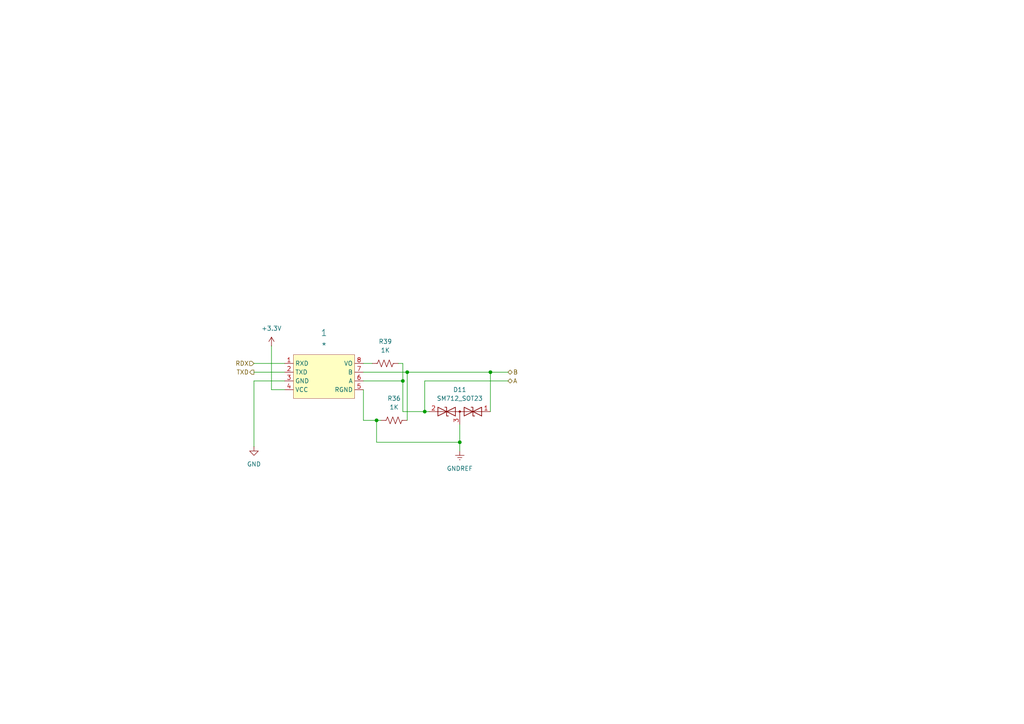
<source format=kicad_sch>
(kicad_sch
	(version 20250114)
	(generator "eeschema")
	(generator_version "9.0")
	(uuid "6a8cc34f-ca74-4487-ad5c-8b6dab301950")
	(paper "A4")
	(lib_symbols
		(symbol "Device:R_US"
			(pin_numbers
				(hide yes)
			)
			(pin_names
				(offset 0)
			)
			(exclude_from_sim no)
			(in_bom yes)
			(on_board yes)
			(property "Reference" "R"
				(at 2.54 0 90)
				(effects
					(font
						(size 1.27 1.27)
					)
				)
			)
			(property "Value" "R_US"
				(at -2.54 0 90)
				(effects
					(font
						(size 1.27 1.27)
					)
				)
			)
			(property "Footprint" ""
				(at 1.016 -0.254 90)
				(effects
					(font
						(size 1.27 1.27)
					)
					(hide yes)
				)
			)
			(property "Datasheet" "~"
				(at 0 0 0)
				(effects
					(font
						(size 1.27 1.27)
					)
					(hide yes)
				)
			)
			(property "Description" "Resistor, US symbol"
				(at 0 0 0)
				(effects
					(font
						(size 1.27 1.27)
					)
					(hide yes)
				)
			)
			(property "ki_keywords" "R res resistor"
				(at 0 0 0)
				(effects
					(font
						(size 1.27 1.27)
					)
					(hide yes)
				)
			)
			(property "ki_fp_filters" "R_*"
				(at 0 0 0)
				(effects
					(font
						(size 1.27 1.27)
					)
					(hide yes)
				)
			)
			(symbol "R_US_0_1"
				(polyline
					(pts
						(xy 0 2.286) (xy 0 2.54)
					)
					(stroke
						(width 0)
						(type default)
					)
					(fill
						(type none)
					)
				)
				(polyline
					(pts
						(xy 0 2.286) (xy 1.016 1.905) (xy 0 1.524) (xy -1.016 1.143) (xy 0 0.762)
					)
					(stroke
						(width 0)
						(type default)
					)
					(fill
						(type none)
					)
				)
				(polyline
					(pts
						(xy 0 0.762) (xy 1.016 0.381) (xy 0 0) (xy -1.016 -0.381) (xy 0 -0.762)
					)
					(stroke
						(width 0)
						(type default)
					)
					(fill
						(type none)
					)
				)
				(polyline
					(pts
						(xy 0 -0.762) (xy 1.016 -1.143) (xy 0 -1.524) (xy -1.016 -1.905) (xy 0 -2.286)
					)
					(stroke
						(width 0)
						(type default)
					)
					(fill
						(type none)
					)
				)
				(polyline
					(pts
						(xy 0 -2.286) (xy 0 -2.54)
					)
					(stroke
						(width 0)
						(type default)
					)
					(fill
						(type none)
					)
				)
			)
			(symbol "R_US_1_1"
				(pin passive line
					(at 0 3.81 270)
					(length 1.27)
					(name "~"
						(effects
							(font
								(size 1.27 1.27)
							)
						)
					)
					(number "1"
						(effects
							(font
								(size 1.27 1.27)
							)
						)
					)
				)
				(pin passive line
					(at 0 -3.81 90)
					(length 1.27)
					(name "~"
						(effects
							(font
								(size 1.27 1.27)
							)
						)
					)
					(number "2"
						(effects
							(font
								(size 1.27 1.27)
							)
						)
					)
				)
			)
			(embedded_fonts no)
		)
		(symbol "Diode:SM712_SOT23"
			(pin_names
				(offset 1.016)
				(hide yes)
			)
			(exclude_from_sim no)
			(in_bom yes)
			(on_board yes)
			(property "Reference" "D"
				(at 0 4.445 0)
				(effects
					(font
						(size 1.27 1.27)
					)
				)
			)
			(property "Value" "SM712_SOT23"
				(at 0 2.54 0)
				(effects
					(font
						(size 1.27 1.27)
					)
				)
			)
			(property "Footprint" "Package_TO_SOT_SMD:SOT-23"
				(at 0 -8.89 0)
				(effects
					(font
						(size 1.27 1.27)
					)
					(hide yes)
				)
			)
			(property "Datasheet" "https://www.littelfuse.com/~/media/electronics/datasheets/tvs_diode_arrays/littelfuse_tvs_diode_array_sm712_datasheet.pdf.pdf"
				(at -3.81 0 0)
				(effects
					(font
						(size 1.27 1.27)
					)
					(hide yes)
				)
			)
			(property "Description" "7V/12V, 600W Asymmetrical TVS Diode Array, SOT-23"
				(at 0 0 0)
				(effects
					(font
						(size 1.27 1.27)
					)
					(hide yes)
				)
			)
			(property "ki_keywords" "transient voltage suppressor thyrector transil"
				(at 0 0 0)
				(effects
					(font
						(size 1.27 1.27)
					)
					(hide yes)
				)
			)
			(property "ki_fp_filters" "SOT?23*"
				(at 0 0 0)
				(effects
					(font
						(size 1.27 1.27)
					)
					(hide yes)
				)
			)
			(symbol "SM712_SOT23_0_0"
				(polyline
					(pts
						(xy 0 -1.27) (xy 0 0)
					)
					(stroke
						(width 0)
						(type default)
					)
					(fill
						(type none)
					)
				)
			)
			(symbol "SM712_SOT23_0_1"
				(polyline
					(pts
						(xy -6.35 0) (xy 6.35 0)
					)
					(stroke
						(width 0)
						(type default)
					)
					(fill
						(type none)
					)
				)
				(polyline
					(pts
						(xy -6.35 -1.27) (xy -1.27 1.27) (xy -1.27 -1.27) (xy -6.35 1.27) (xy -6.35 -1.27)
					)
					(stroke
						(width 0.2032)
						(type default)
					)
					(fill
						(type none)
					)
				)
				(polyline
					(pts
						(xy -3.302 1.27) (xy -3.81 1.27) (xy -3.81 -1.27) (xy -4.318 -1.27)
					)
					(stroke
						(width 0.2032)
						(type default)
					)
					(fill
						(type none)
					)
				)
				(circle
					(center 0 0)
					(radius 0.254)
					(stroke
						(width 0)
						(type default)
					)
					(fill
						(type outline)
					)
				)
				(polyline
					(pts
						(xy 1.27 -1.27) (xy 1.27 1.27) (xy 6.35 -1.27) (xy 6.35 1.27) (xy 1.27 -1.27)
					)
					(stroke
						(width 0.2032)
						(type default)
					)
					(fill
						(type none)
					)
				)
				(polyline
					(pts
						(xy 4.318 1.27) (xy 3.81 1.27) (xy 3.81 -1.27) (xy 3.302 -1.27)
					)
					(stroke
						(width 0.2032)
						(type default)
					)
					(fill
						(type none)
					)
				)
			)
			(symbol "SM712_SOT23_1_1"
				(pin passive line
					(at -8.89 0 0)
					(length 2.54)
					(name "A1"
						(effects
							(font
								(size 1.27 1.27)
							)
						)
					)
					(number "1"
						(effects
							(font
								(size 1.27 1.27)
							)
						)
					)
				)
				(pin input line
					(at 0 -3.81 90)
					(length 2.54)
					(name "common"
						(effects
							(font
								(size 1.27 1.27)
							)
						)
					)
					(number "3"
						(effects
							(font
								(size 1.27 1.27)
							)
						)
					)
				)
				(pin passive line
					(at 8.89 0 180)
					(length 2.54)
					(name "A2"
						(effects
							(font
								(size 1.27 1.27)
							)
						)
					)
					(number "2"
						(effects
							(font
								(size 1.27 1.27)
							)
						)
					)
				)
			)
			(embedded_fonts no)
		)
		(symbol "TD301M485:TD301M485"
			(exclude_from_sim no)
			(in_bom yes)
			(on_board yes)
			(property "Reference" ""
				(at -1.27 1.27 0)
				(effects
					(font
						(size 1.8288 1.8288)
					)
				)
			)
			(property "Value" "*"
				(at -1.27 -3.81 0)
				(effects
					(font
						(size 1.8288 1.8288)
					)
					(justify left bottom)
				)
			)
			(property "Footprint" ""
				(at 0 0 0)
				(effects
					(font
						(size 1.27 1.27)
					)
					(hide yes)
				)
			)
			(property "Datasheet" ""
				(at 0 0 0)
				(effects
					(font
						(size 1.27 1.27)
					)
					(hide yes)
				)
			)
			(property "Description" ""
				(at 0 0 0)
				(effects
					(font
						(size 1.27 1.27)
					)
					(hide yes)
				)
			)
			(symbol "TD301M485_1_0"
				(rectangle
					(start 7.62 5.08)
					(end -10.16 -7.62)
					(stroke
						(width 0.0254)
						(type solid)
						(color 128 0 0 1)
					)
					(fill
						(type background)
					)
				)
				(pin passive line
					(at -12.7 2.54 0)
					(length 2.54)
					(name "RXD"
						(effects
							(font
								(size 1.27 1.27)
							)
						)
					)
					(number "1"
						(effects
							(font
								(size 1.27 1.27)
							)
						)
					)
				)
				(pin passive line
					(at -12.7 0 0)
					(length 2.54)
					(name "TXD"
						(effects
							(font
								(size 1.27 1.27)
							)
						)
					)
					(number "2"
						(effects
							(font
								(size 1.27 1.27)
							)
						)
					)
				)
				(pin passive line
					(at -12.7 -2.54 0)
					(length 2.54)
					(name "GND"
						(effects
							(font
								(size 1.27 1.27)
							)
						)
					)
					(number "3"
						(effects
							(font
								(size 1.27 1.27)
							)
						)
					)
				)
				(pin passive line
					(at -12.7 -5.08 0)
					(length 2.54)
					(name "VCC"
						(effects
							(font
								(size 1.27 1.27)
							)
						)
					)
					(number "4"
						(effects
							(font
								(size 1.27 1.27)
							)
						)
					)
				)
				(pin passive line
					(at 10.16 2.54 180)
					(length 2.54)
					(name "VO"
						(effects
							(font
								(size 1.27 1.27)
							)
						)
					)
					(number "8"
						(effects
							(font
								(size 1.27 1.27)
							)
						)
					)
				)
				(pin passive line
					(at 10.16 0 180)
					(length 2.54)
					(name "B"
						(effects
							(font
								(size 1.27 1.27)
							)
						)
					)
					(number "7"
						(effects
							(font
								(size 1.27 1.27)
							)
						)
					)
				)
				(pin passive line
					(at 10.16 -2.54 180)
					(length 2.54)
					(name "A"
						(effects
							(font
								(size 1.27 1.27)
							)
						)
					)
					(number "6"
						(effects
							(font
								(size 1.27 1.27)
							)
						)
					)
				)
				(pin passive line
					(at 10.16 -5.08 180)
					(length 2.54)
					(name "RGND"
						(effects
							(font
								(size 1.27 1.27)
							)
						)
					)
					(number "5"
						(effects
							(font
								(size 1.27 1.27)
							)
						)
					)
				)
			)
			(embedded_fonts no)
		)
		(symbol "power:+3.3V"
			(power)
			(pin_numbers
				(hide yes)
			)
			(pin_names
				(offset 0)
				(hide yes)
			)
			(exclude_from_sim no)
			(in_bom yes)
			(on_board yes)
			(property "Reference" "#PWR"
				(at 0 -3.81 0)
				(effects
					(font
						(size 1.27 1.27)
					)
					(hide yes)
				)
			)
			(property "Value" "+3.3V"
				(at 0 3.556 0)
				(effects
					(font
						(size 1.27 1.27)
					)
				)
			)
			(property "Footprint" ""
				(at 0 0 0)
				(effects
					(font
						(size 1.27 1.27)
					)
					(hide yes)
				)
			)
			(property "Datasheet" ""
				(at 0 0 0)
				(effects
					(font
						(size 1.27 1.27)
					)
					(hide yes)
				)
			)
			(property "Description" "Power symbol creates a global label with name \"+3.3V\""
				(at 0 0 0)
				(effects
					(font
						(size 1.27 1.27)
					)
					(hide yes)
				)
			)
			(property "ki_keywords" "global power"
				(at 0 0 0)
				(effects
					(font
						(size 1.27 1.27)
					)
					(hide yes)
				)
			)
			(symbol "+3.3V_0_1"
				(polyline
					(pts
						(xy -0.762 1.27) (xy 0 2.54)
					)
					(stroke
						(width 0)
						(type default)
					)
					(fill
						(type none)
					)
				)
				(polyline
					(pts
						(xy 0 2.54) (xy 0.762 1.27)
					)
					(stroke
						(width 0)
						(type default)
					)
					(fill
						(type none)
					)
				)
				(polyline
					(pts
						(xy 0 0) (xy 0 2.54)
					)
					(stroke
						(width 0)
						(type default)
					)
					(fill
						(type none)
					)
				)
			)
			(symbol "+3.3V_1_1"
				(pin power_in line
					(at 0 0 90)
					(length 0)
					(name "~"
						(effects
							(font
								(size 1.27 1.27)
							)
						)
					)
					(number "1"
						(effects
							(font
								(size 1.27 1.27)
							)
						)
					)
				)
			)
			(embedded_fonts no)
		)
		(symbol "power:GND"
			(power)
			(pin_numbers
				(hide yes)
			)
			(pin_names
				(offset 0)
				(hide yes)
			)
			(exclude_from_sim no)
			(in_bom yes)
			(on_board yes)
			(property "Reference" "#PWR"
				(at 0 -6.35 0)
				(effects
					(font
						(size 1.27 1.27)
					)
					(hide yes)
				)
			)
			(property "Value" "GND"
				(at 0 -3.81 0)
				(effects
					(font
						(size 1.27 1.27)
					)
				)
			)
			(property "Footprint" ""
				(at 0 0 0)
				(effects
					(font
						(size 1.27 1.27)
					)
					(hide yes)
				)
			)
			(property "Datasheet" ""
				(at 0 0 0)
				(effects
					(font
						(size 1.27 1.27)
					)
					(hide yes)
				)
			)
			(property "Description" "Power symbol creates a global label with name \"GND\" , ground"
				(at 0 0 0)
				(effects
					(font
						(size 1.27 1.27)
					)
					(hide yes)
				)
			)
			(property "ki_keywords" "global power"
				(at 0 0 0)
				(effects
					(font
						(size 1.27 1.27)
					)
					(hide yes)
				)
			)
			(symbol "GND_0_1"
				(polyline
					(pts
						(xy 0 0) (xy 0 -1.27) (xy 1.27 -1.27) (xy 0 -2.54) (xy -1.27 -1.27) (xy 0 -1.27)
					)
					(stroke
						(width 0)
						(type default)
					)
					(fill
						(type none)
					)
				)
			)
			(symbol "GND_1_1"
				(pin power_in line
					(at 0 0 270)
					(length 0)
					(name "~"
						(effects
							(font
								(size 1.27 1.27)
							)
						)
					)
					(number "1"
						(effects
							(font
								(size 1.27 1.27)
							)
						)
					)
				)
			)
			(embedded_fonts no)
		)
		(symbol "power:GNDREF"
			(power)
			(pin_numbers
				(hide yes)
			)
			(pin_names
				(offset 0)
				(hide yes)
			)
			(exclude_from_sim no)
			(in_bom yes)
			(on_board yes)
			(property "Reference" "#PWR"
				(at 0 -6.35 0)
				(effects
					(font
						(size 1.27 1.27)
					)
					(hide yes)
				)
			)
			(property "Value" "GNDREF"
				(at 0 -3.81 0)
				(effects
					(font
						(size 1.27 1.27)
					)
				)
			)
			(property "Footprint" ""
				(at 0 0 0)
				(effects
					(font
						(size 1.27 1.27)
					)
					(hide yes)
				)
			)
			(property "Datasheet" ""
				(at 0 0 0)
				(effects
					(font
						(size 1.27 1.27)
					)
					(hide yes)
				)
			)
			(property "Description" "Power symbol creates a global label with name \"GNDREF\" , reference supply ground"
				(at 0 0 0)
				(effects
					(font
						(size 1.27 1.27)
					)
					(hide yes)
				)
			)
			(property "ki_keywords" "global power"
				(at 0 0 0)
				(effects
					(font
						(size 1.27 1.27)
					)
					(hide yes)
				)
			)
			(symbol "GNDREF_0_1"
				(polyline
					(pts
						(xy -0.635 -1.905) (xy 0.635 -1.905)
					)
					(stroke
						(width 0)
						(type default)
					)
					(fill
						(type none)
					)
				)
				(polyline
					(pts
						(xy -0.127 -2.54) (xy 0.127 -2.54)
					)
					(stroke
						(width 0)
						(type default)
					)
					(fill
						(type none)
					)
				)
				(polyline
					(pts
						(xy 0 -1.27) (xy 0 0)
					)
					(stroke
						(width 0)
						(type default)
					)
					(fill
						(type none)
					)
				)
				(polyline
					(pts
						(xy 1.27 -1.27) (xy -1.27 -1.27)
					)
					(stroke
						(width 0)
						(type default)
					)
					(fill
						(type none)
					)
				)
			)
			(symbol "GNDREF_1_1"
				(pin power_in line
					(at 0 0 270)
					(length 0)
					(name "~"
						(effects
							(font
								(size 1.27 1.27)
							)
						)
					)
					(number "1"
						(effects
							(font
								(size 1.27 1.27)
							)
						)
					)
				)
			)
			(embedded_fonts no)
		)
	)
	(junction
		(at 109.22 121.92)
		(diameter 0)
		(color 0 0 0 0)
		(uuid "35b3abb3-6b93-4b75-98d2-35f866168c27")
	)
	(junction
		(at 133.35 128.27)
		(diameter 0)
		(color 0 0 0 0)
		(uuid "750150e4-7c48-4b62-90d2-600bbb41ae93")
	)
	(junction
		(at 116.84 110.49)
		(diameter 0)
		(color 0 0 0 0)
		(uuid "79e19124-5ae9-4f85-8f4a-95a4d22ea52f")
	)
	(junction
		(at 118.11 107.95)
		(diameter 0)
		(color 0 0 0 0)
		(uuid "b8ac95fd-bfc9-4a50-8d0e-ce7fef8788a1")
	)
	(junction
		(at 142.24 107.95)
		(diameter 0)
		(color 0 0 0 0)
		(uuid "ded2984a-69a5-44d5-96a9-a4f5ac6d3c53")
	)
	(junction
		(at 123.19 119.38)
		(diameter 0)
		(color 0 0 0 0)
		(uuid "e44af969-9e76-4cc2-a826-1622004940c3")
	)
	(wire
		(pts
			(xy 133.35 128.27) (xy 133.35 130.81)
		)
		(stroke
			(width 0)
			(type default)
		)
		(uuid "09cc0661-3713-477a-bdf1-7a22485327ef")
	)
	(wire
		(pts
			(xy 73.66 105.41) (xy 82.55 105.41)
		)
		(stroke
			(width 0)
			(type default)
		)
		(uuid "1834b769-8e5a-4740-8197-bc78dcb91578")
	)
	(wire
		(pts
			(xy 142.24 107.95) (xy 142.24 119.38)
		)
		(stroke
			(width 0)
			(type default)
		)
		(uuid "1ad4966a-ea08-41e8-b723-f5430090d330")
	)
	(wire
		(pts
			(xy 123.19 119.38) (xy 124.46 119.38)
		)
		(stroke
			(width 0)
			(type default)
		)
		(uuid "20e16a51-313e-443f-8953-96b22702abd2")
	)
	(wire
		(pts
			(xy 78.74 100.33) (xy 78.74 113.03)
		)
		(stroke
			(width 0)
			(type default)
		)
		(uuid "3c99dcc7-2f60-4fac-9a8f-18daf46ca1da")
	)
	(wire
		(pts
			(xy 105.41 121.92) (xy 109.22 121.92)
		)
		(stroke
			(width 0)
			(type default)
		)
		(uuid "416bcd0e-31a9-4263-bed4-0991f9dd31ad")
	)
	(wire
		(pts
			(xy 109.22 121.92) (xy 110.49 121.92)
		)
		(stroke
			(width 0)
			(type default)
		)
		(uuid "46ecdd6d-626f-4cce-840f-fa05c229d065")
	)
	(wire
		(pts
			(xy 133.35 128.27) (xy 109.22 128.27)
		)
		(stroke
			(width 0)
			(type default)
		)
		(uuid "60114ead-c561-4642-b291-938a18bf962a")
	)
	(wire
		(pts
			(xy 105.41 107.95) (xy 118.11 107.95)
		)
		(stroke
			(width 0)
			(type default)
		)
		(uuid "7150bec6-374d-4d84-94fa-08169c4975b9")
	)
	(wire
		(pts
			(xy 147.32 110.49) (xy 123.19 110.49)
		)
		(stroke
			(width 0)
			(type default)
		)
		(uuid "8417dba1-896d-45f3-bf8c-3bb45bd60106")
	)
	(wire
		(pts
			(xy 133.35 123.19) (xy 133.35 128.27)
		)
		(stroke
			(width 0)
			(type default)
		)
		(uuid "8f97f0cf-d202-4545-b332-92be6e4dc6ce")
	)
	(wire
		(pts
			(xy 123.19 110.49) (xy 123.19 119.38)
		)
		(stroke
			(width 0)
			(type default)
		)
		(uuid "9680a50d-be02-4b94-9213-752fab71b716")
	)
	(wire
		(pts
			(xy 105.41 110.49) (xy 116.84 110.49)
		)
		(stroke
			(width 0)
			(type default)
		)
		(uuid "9ccf74c7-928b-4aae-b286-b7ac6ad8fd85")
	)
	(wire
		(pts
			(xy 73.66 110.49) (xy 73.66 129.54)
		)
		(stroke
			(width 0)
			(type default)
		)
		(uuid "aa2e4824-3034-447f-ad00-6fac15fe45ca")
	)
	(wire
		(pts
			(xy 109.22 121.92) (xy 109.22 128.27)
		)
		(stroke
			(width 0)
			(type default)
		)
		(uuid "c5b5efe3-a115-4663-b186-3c40f2042501")
	)
	(wire
		(pts
			(xy 142.24 107.95) (xy 147.32 107.95)
		)
		(stroke
			(width 0)
			(type default)
		)
		(uuid "cef7c5bb-3a34-4e53-a7d4-49874a5e3e9d")
	)
	(wire
		(pts
			(xy 118.11 107.95) (xy 142.24 107.95)
		)
		(stroke
			(width 0)
			(type default)
		)
		(uuid "d05958e7-902a-4e2e-9258-ac2e225d2cf2")
	)
	(wire
		(pts
			(xy 115.57 105.41) (xy 116.84 105.41)
		)
		(stroke
			(width 0)
			(type default)
		)
		(uuid "d06d36ff-71d3-4554-983f-caf9a16df794")
	)
	(wire
		(pts
			(xy 78.74 113.03) (xy 82.55 113.03)
		)
		(stroke
			(width 0)
			(type default)
		)
		(uuid "d1d3ceed-0dad-485e-a8c1-10e3ad5809a6")
	)
	(wire
		(pts
			(xy 116.84 105.41) (xy 116.84 110.49)
		)
		(stroke
			(width 0)
			(type default)
		)
		(uuid "d52082fb-e108-4e36-acf2-d65e7e2dd78d")
	)
	(wire
		(pts
			(xy 82.55 110.49) (xy 73.66 110.49)
		)
		(stroke
			(width 0)
			(type default)
		)
		(uuid "d695c506-d4c2-4dff-99dd-022386533300")
	)
	(wire
		(pts
			(xy 105.41 121.92) (xy 105.41 113.03)
		)
		(stroke
			(width 0)
			(type default)
		)
		(uuid "dfc15dd0-36a6-44df-8cb8-fd0942360df5")
	)
	(wire
		(pts
			(xy 116.84 119.38) (xy 116.84 110.49)
		)
		(stroke
			(width 0)
			(type default)
		)
		(uuid "e2402fa6-9a4e-40d2-8ebd-e459a230a8c0")
	)
	(wire
		(pts
			(xy 73.66 107.95) (xy 82.55 107.95)
		)
		(stroke
			(width 0)
			(type default)
		)
		(uuid "e4bd1a8d-98f5-4ee9-ab89-1b500fd15fc0")
	)
	(wire
		(pts
			(xy 118.11 107.95) (xy 118.11 121.92)
		)
		(stroke
			(width 0)
			(type default)
		)
		(uuid "e6404ff6-d41d-4086-9eab-675b73a6e7b5")
	)
	(wire
		(pts
			(xy 116.84 119.38) (xy 123.19 119.38)
		)
		(stroke
			(width 0)
			(type default)
		)
		(uuid "eeb5a32a-1721-41f3-9fd7-ab09acfd2ade")
	)
	(wire
		(pts
			(xy 105.41 105.41) (xy 107.95 105.41)
		)
		(stroke
			(width 0)
			(type default)
		)
		(uuid "f37a020a-257d-4d46-bdb5-d732c81ba3a5")
	)
	(hierarchical_label "A"
		(shape bidirectional)
		(at 147.32 110.49 0)
		(effects
			(font
				(size 1.27 1.27)
			)
			(justify left)
		)
		(uuid "40ed1ac0-b386-4ff8-a862-a7fe06f78b64")
	)
	(hierarchical_label "B"
		(shape bidirectional)
		(at 147.32 107.95 0)
		(effects
			(font
				(size 1.27 1.27)
			)
			(justify left)
		)
		(uuid "949da2a7-da65-4a0a-ac0a-3177ed8c4c28")
	)
	(hierarchical_label "TXD"
		(shape output)
		(at 73.66 107.95 180)
		(effects
			(font
				(size 1.27 1.27)
			)
			(justify right)
		)
		(uuid "b014a20d-e28f-4148-8710-d0e22a26ce0f")
	)
	(hierarchical_label "RDX"
		(shape input)
		(at 73.66 105.41 180)
		(effects
			(font
				(size 1.27 1.27)
			)
			(justify right)
		)
		(uuid "ccecb039-e9f6-4141-8356-e19ab72190a2")
	)
	(symbol
		(lib_id "power:GNDREF")
		(at 133.35 130.81 0)
		(unit 1)
		(exclude_from_sim no)
		(in_bom yes)
		(on_board yes)
		(dnp no)
		(fields_autoplaced yes)
		(uuid "0bf60936-ab91-4b0c-865d-804f1f0fd1ab")
		(property "Reference" "#PWR054"
			(at 133.35 137.16 0)
			(effects
				(font
					(size 1.27 1.27)
				)
				(hide yes)
			)
		)
		(property "Value" "GNDREF"
			(at 133.35 135.89 0)
			(effects
				(font
					(size 1.27 1.27)
				)
			)
		)
		(property "Footprint" ""
			(at 133.35 130.81 0)
			(effects
				(font
					(size 1.27 1.27)
				)
				(hide yes)
			)
		)
		(property "Datasheet" ""
			(at 133.35 130.81 0)
			(effects
				(font
					(size 1.27 1.27)
				)
				(hide yes)
			)
		)
		(property "Description" "Power symbol creates a global label with name \"GNDREF\" , reference supply ground"
			(at 133.35 130.81 0)
			(effects
				(font
					(size 1.27 1.27)
				)
				(hide yes)
			)
		)
		(pin "1"
			(uuid "72301294-ccae-4ff7-97ee-618fb449f474")
		)
		(instances
			(project ""
				(path "/1b977d99-1d22-4971-9e37-13f65a474bc7/be4a5a19-382f-465e-8ce7-b4d36dda7d2a/5997f8d1-ad14-4af7-ad5c-694bf1e7ea3c"
					(reference "#PWR054")
					(unit 1)
				)
			)
		)
	)
	(symbol
		(lib_id "Device:R_US")
		(at 111.76 105.41 270)
		(unit 1)
		(exclude_from_sim no)
		(in_bom yes)
		(on_board yes)
		(dnp no)
		(fields_autoplaced yes)
		(uuid "7a6a792c-6dbf-445c-afa2-d050ec841e4e")
		(property "Reference" "R39"
			(at 111.76 99.06 90)
			(effects
				(font
					(size 1.27 1.27)
				)
			)
		)
		(property "Value" "1K"
			(at 111.76 101.6 90)
			(effects
				(font
					(size 1.27 1.27)
				)
			)
		)
		(property "Footprint" "Resistor_SMD:R_0201_0603Metric"
			(at 111.506 106.426 90)
			(effects
				(font
					(size 1.27 1.27)
				)
				(hide yes)
			)
		)
		(property "Datasheet" "~"
			(at 111.76 105.41 0)
			(effects
				(font
					(size 1.27 1.27)
				)
				(hide yes)
			)
		)
		(property "Description" "Resistor, US symbol"
			(at 111.76 105.41 0)
			(effects
				(font
					(size 1.27 1.27)
				)
				(hide yes)
			)
		)
		(pin "1"
			(uuid "ac2f6bb7-9176-463e-9d4f-7c6d690519d6")
		)
		(pin "2"
			(uuid "5732a134-7c5d-430e-943b-17ef3327c20a")
		)
		(instances
			(project "MICROOO PUERTA"
				(path "/1b977d99-1d22-4971-9e37-13f65a474bc7/be4a5a19-382f-465e-8ce7-b4d36dda7d2a/5997f8d1-ad14-4af7-ad5c-694bf1e7ea3c"
					(reference "R39")
					(unit 1)
				)
			)
		)
	)
	(symbol
		(lib_id "power:GND")
		(at 73.66 129.54 0)
		(unit 1)
		(exclude_from_sim no)
		(in_bom yes)
		(on_board yes)
		(dnp no)
		(fields_autoplaced yes)
		(uuid "87b005b7-da35-4fef-a817-63b12ba4ecb2")
		(property "Reference" "#PWR059"
			(at 73.66 135.89 0)
			(effects
				(font
					(size 1.27 1.27)
				)
				(hide yes)
			)
		)
		(property "Value" "GND"
			(at 73.66 134.62 0)
			(effects
				(font
					(size 1.27 1.27)
				)
			)
		)
		(property "Footprint" ""
			(at 73.66 129.54 0)
			(effects
				(font
					(size 1.27 1.27)
				)
				(hide yes)
			)
		)
		(property "Datasheet" ""
			(at 73.66 129.54 0)
			(effects
				(font
					(size 1.27 1.27)
				)
				(hide yes)
			)
		)
		(property "Description" "Power symbol creates a global label with name \"GND\" , ground"
			(at 73.66 129.54 0)
			(effects
				(font
					(size 1.27 1.27)
				)
				(hide yes)
			)
		)
		(pin "1"
			(uuid "cfb737a4-ee46-4467-9139-86e0ee757d55")
		)
		(instances
			(project ""
				(path "/1b977d99-1d22-4971-9e37-13f65a474bc7/be4a5a19-382f-465e-8ce7-b4d36dda7d2a/5997f8d1-ad14-4af7-ad5c-694bf1e7ea3c"
					(reference "#PWR059")
					(unit 1)
				)
			)
		)
	)
	(symbol
		(lib_id "TD301M485:TD301M485")
		(at 95.25 107.95 0)
		(unit 1)
		(exclude_from_sim no)
		(in_bom yes)
		(on_board yes)
		(dnp no)
		(fields_autoplaced yes)
		(uuid "91a26f8b-e5fb-4e4a-a219-83bda3ddbf47")
		(property "Reference" "1"
			(at 93.98 96.52 0)
			(effects
				(font
					(size 1.8288 1.8288)
				)
			)
		)
		(property "Value" "*"
			(at 93.98 100.33 0)
			(effects
				(font
					(size 1.8288 1.8288)
				)
			)
		)
		(property "Footprint" ""
			(at 95.25 107.95 0)
			(effects
				(font
					(size 1.27 1.27)
				)
				(hide yes)
			)
		)
		(property "Datasheet" ""
			(at 95.25 107.95 0)
			(effects
				(font
					(size 1.27 1.27)
				)
				(hide yes)
			)
		)
		(property "Description" ""
			(at 95.25 107.95 0)
			(effects
				(font
					(size 1.27 1.27)
				)
				(hide yes)
			)
		)
		(pin "5"
			(uuid "83c92d8e-42f7-4e5e-a737-a8643f1172f2")
		)
		(pin "8"
			(uuid "b7f972d3-1d57-4440-a425-89ff1c071aca")
		)
		(pin "3"
			(uuid "6915a64c-772b-41e2-823f-a1536390970a")
		)
		(pin "4"
			(uuid "a155248d-9404-4c98-b675-acac1d60ed47")
		)
		(pin "7"
			(uuid "48fab8f0-98d6-4562-b966-812506538e25")
		)
		(pin "2"
			(uuid "6cff6732-3664-4c29-83ff-e07317a0dd65")
		)
		(pin "6"
			(uuid "9e65fae8-4155-4e29-b141-65735aac11a3")
		)
		(pin "1"
			(uuid "c7b0f4b1-12c4-440e-9d53-e13827d6660e")
		)
		(instances
			(project ""
				(path "/1b977d99-1d22-4971-9e37-13f65a474bc7/be4a5a19-382f-465e-8ce7-b4d36dda7d2a/5997f8d1-ad14-4af7-ad5c-694bf1e7ea3c"
					(reference "1")
					(unit 1)
				)
			)
		)
	)
	(symbol
		(lib_id "Diode:SM712_SOT23")
		(at 133.35 119.38 0)
		(mirror y)
		(unit 1)
		(exclude_from_sim no)
		(in_bom yes)
		(on_board yes)
		(dnp no)
		(uuid "c76f70c5-0b55-41a9-bdfa-5367c68b55f9")
		(property "Reference" "D11"
			(at 133.35 113.03 0)
			(effects
				(font
					(size 1.27 1.27)
				)
			)
		)
		(property "Value" "SM712_SOT23"
			(at 133.35 115.57 0)
			(effects
				(font
					(size 1.27 1.27)
				)
			)
		)
		(property "Footprint" "Package_TO_SOT_SMD:SOT-23"
			(at 133.35 128.27 0)
			(effects
				(font
					(size 1.27 1.27)
				)
				(hide yes)
			)
		)
		(property "Datasheet" "https://www.littelfuse.com/~/media/electronics/datasheets/tvs_diode_arrays/littelfuse_tvs_diode_array_sm712_datasheet.pdf.pdf"
			(at 137.16 119.38 0)
			(effects
				(font
					(size 1.27 1.27)
				)
				(hide yes)
			)
		)
		(property "Description" "7V/12V, 600W Asymmetrical TVS Diode Array, SOT-23"
			(at 133.35 119.38 0)
			(effects
				(font
					(size 1.27 1.27)
				)
				(hide yes)
			)
		)
		(pin "3"
			(uuid "474a50d9-b50a-4288-808f-062d3fa435ea")
		)
		(pin "1"
			(uuid "da4f9036-9136-4512-95d5-bae493019c76")
		)
		(pin "2"
			(uuid "9a98e699-3ce5-4046-9d34-ee7a2b7b3067")
		)
		(instances
			(project ""
				(path "/1b977d99-1d22-4971-9e37-13f65a474bc7/be4a5a19-382f-465e-8ce7-b4d36dda7d2a/5997f8d1-ad14-4af7-ad5c-694bf1e7ea3c"
					(reference "D11")
					(unit 1)
				)
			)
		)
	)
	(symbol
		(lib_id "Device:R_US")
		(at 114.3 121.92 270)
		(unit 1)
		(exclude_from_sim no)
		(in_bom yes)
		(on_board yes)
		(dnp no)
		(fields_autoplaced yes)
		(uuid "c981faad-cacc-47c0-8c36-a1c57aeddcd8")
		(property "Reference" "R36"
			(at 114.3 115.57 90)
			(effects
				(font
					(size 1.27 1.27)
				)
			)
		)
		(property "Value" "1K"
			(at 114.3 118.11 90)
			(effects
				(font
					(size 1.27 1.27)
				)
			)
		)
		(property "Footprint" "Resistor_SMD:R_0201_0603Metric"
			(at 114.046 122.936 90)
			(effects
				(font
					(size 1.27 1.27)
				)
				(hide yes)
			)
		)
		(property "Datasheet" "~"
			(at 114.3 121.92 0)
			(effects
				(font
					(size 1.27 1.27)
				)
				(hide yes)
			)
		)
		(property "Description" "Resistor, US symbol"
			(at 114.3 121.92 0)
			(effects
				(font
					(size 1.27 1.27)
				)
				(hide yes)
			)
		)
		(pin "1"
			(uuid "90cc6288-4096-4684-8ab0-eed5c43e7b37")
		)
		(pin "2"
			(uuid "31c64dad-29b9-47b5-88b1-bf091dc9a96e")
		)
		(instances
			(project "MICROOO PUERTA"
				(path "/1b977d99-1d22-4971-9e37-13f65a474bc7/be4a5a19-382f-465e-8ce7-b4d36dda7d2a/5997f8d1-ad14-4af7-ad5c-694bf1e7ea3c"
					(reference "R36")
					(unit 1)
				)
			)
		)
	)
	(symbol
		(lib_id "power:+3.3V")
		(at 78.74 100.33 0)
		(unit 1)
		(exclude_from_sim no)
		(in_bom yes)
		(on_board yes)
		(dnp no)
		(fields_autoplaced yes)
		(uuid "df8dd9b3-fa64-4279-8641-0ef367ea773a")
		(property "Reference" "#PWR060"
			(at 78.74 104.14 0)
			(effects
				(font
					(size 1.27 1.27)
				)
				(hide yes)
			)
		)
		(property "Value" "+3.3V"
			(at 78.74 95.25 0)
			(effects
				(font
					(size 1.27 1.27)
				)
			)
		)
		(property "Footprint" ""
			(at 78.74 100.33 0)
			(effects
				(font
					(size 1.27 1.27)
				)
				(hide yes)
			)
		)
		(property "Datasheet" ""
			(at 78.74 100.33 0)
			(effects
				(font
					(size 1.27 1.27)
				)
				(hide yes)
			)
		)
		(property "Description" "Power symbol creates a global label with name \"+3.3V\""
			(at 78.74 100.33 0)
			(effects
				(font
					(size 1.27 1.27)
				)
				(hide yes)
			)
		)
		(pin "1"
			(uuid "c5e5e8dd-4370-4e67-84af-f407839ead47")
		)
		(instances
			(project ""
				(path "/1b977d99-1d22-4971-9e37-13f65a474bc7/be4a5a19-382f-465e-8ce7-b4d36dda7d2a/5997f8d1-ad14-4af7-ad5c-694bf1e7ea3c"
					(reference "#PWR060")
					(unit 1)
				)
			)
		)
	)
)

</source>
